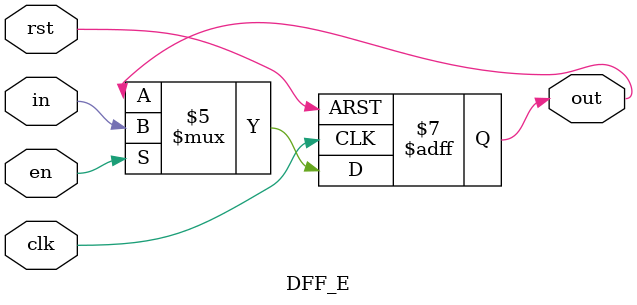
<source format=v>
/******************************************************************************/
//	Filename:		SAYAC_TRF.v
//	Project:		SAYAC : Simple Architecture Yet Ample Circuitry
//  Version:		0.920
//	History:
//	Date:			31 May 2021
//	Last Author: 	Helia
//  Copyright (C) 2021 University of Teheran
//  This source file may be used and distributed without
//  restriction provided that this copyright statement is not
//  removed from the file and that any derivative work contains
//  the original copyright notice and the associated disclaimer.
//

/******************************************************************************/
//	File content description:
//	The Register File (TRF) of the SAYAC core                                 
/******************************************************************************/

module 	TRF (clk, rst, writeRegFile, write_data, rs1, rs2, rd, p1, 
			p2, enFlag, inFlag, outFlag);

		input 			clk, rst, writeRegFile, enFlag;
		input [15:0] 	write_data;
		input [3:0] 	rs1, rs2, rd;
		input [7:0]		inFlag;
		output[15:0] 	p1, p2;
		output[7:0]     outFlag;
  
		reg   [15:0]    register_file [0:31];
		integer i;
		wire EN1, EN2;
	//	mux2to1 #(16) muxp1(register_file[rs1], 16'd0, !(rs1 == 4'b0), ((rs1 == 4'b0)), p1);
	//	mux2to1 #(16) muxp2(register_file[rs2], 16'd0, !(rs2 == 4'b0), ((rs2 == 4'b0)), p2);
		assign p1 = (rs1 == 4'b0) ? 16'd0 : register_file[rs1];
		assign p2 = (rs2 == 4'b0) ? 16'd0 : register_file[rs2];
		
		//assign EN1 = |rs1 ; 
		//assign EN2 = |rs2 ;
  
		always @(posedge clk) begin
			if (rst == 1'b1) begin 
				for (i=0; i<16 ; i=i+1 )
					register_file[i] <= 16'd0;
			end
			else if (writeRegFile == 1'b1) begin
				 if (rd != 4'd0)
					register_file[rd] <= write_data;
			end
		end
	////////////FLAGS//////////////////
	/*	genvar j;
		generate
			for(j = 0; j<8; j = j+1)
			begin 
				DFF ins(clk, rst, enFlag, inFlag[j], outFlag[j], 
				selFlag[j]);
			end
		endgenerate*/

		DFF_E ins0(clk, rst, enFlag, inFlag[0], outFlag[0]);
		DFF_E ins1(clk, rst, enFlag, inFlag[1], outFlag[1]);
		DFF_E ins2(clk, rst, enFlag, inFlag[2], outFlag[2]);
		DFF_E ins3(clk, rst, enFlag, inFlag[3], outFlag[3]);
		DFF_E ins4(clk, rst, enFlag, inFlag[4], outFlag[4]);
		DFF_E ins5(clk, rst, enFlag, inFlag[5], outFlag[5]);
		DFF_E ins6(clk, rst, enFlag, inFlag[6], outFlag[6]);
		DFF_E ins7(clk, rst, enFlag, inFlag[7], outFlag[7]);


endmodule

module DFF_E(clk, rst, en, in, out);
	input      clk, rst;
	input      en, in;
	output reg out;
	
	always@(posedge clk, posedge rst)begin
		if(rst == 1)
			out <= 0;
		else begin
		if(en == 1)
			out <= in;
		end
	end
endmodule

/*module mux2to1 #(parameter N = 16)(in1, in2, sel1, sel2, outMUX);
input	[N-1:0] in1, in2;
input 			sel1, sel2; 
output	[N-1:0] outMUX;

assign outMUX = (sel1)? in1:
				(sel2)? in2:
				{(N){1'b0}};
endmodule*/

</source>
